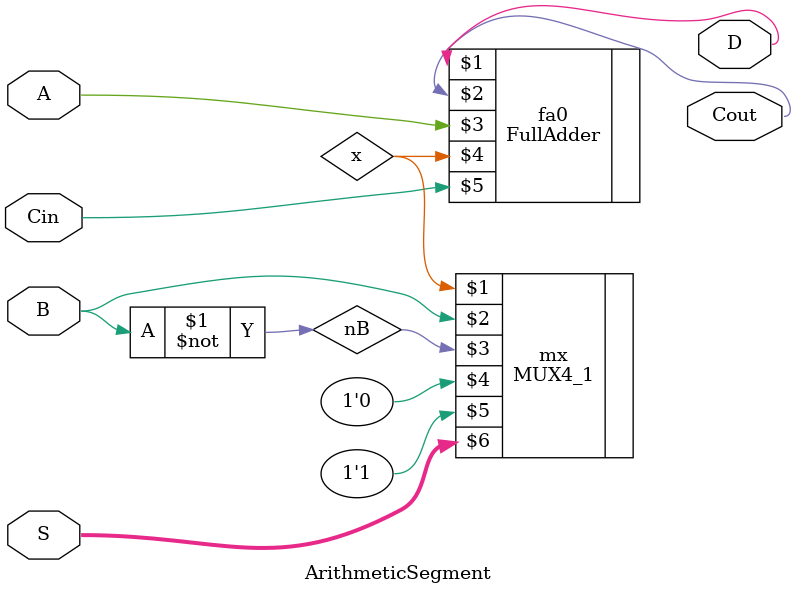
<source format=v>
module ArithmeticSegment(D, Cout, A, B, Cin, S);
	output D, Cout;
	input A, B, Cin;
	input[1:0] S;
	
	wire x;
	
	not n(nB, B);
	
	MUX4_1 mx(x, B, nB, 1'b0, 1'b1, S);

	FullAdder fa0(D, Cout, A, x, Cin);
endmodule

</source>
